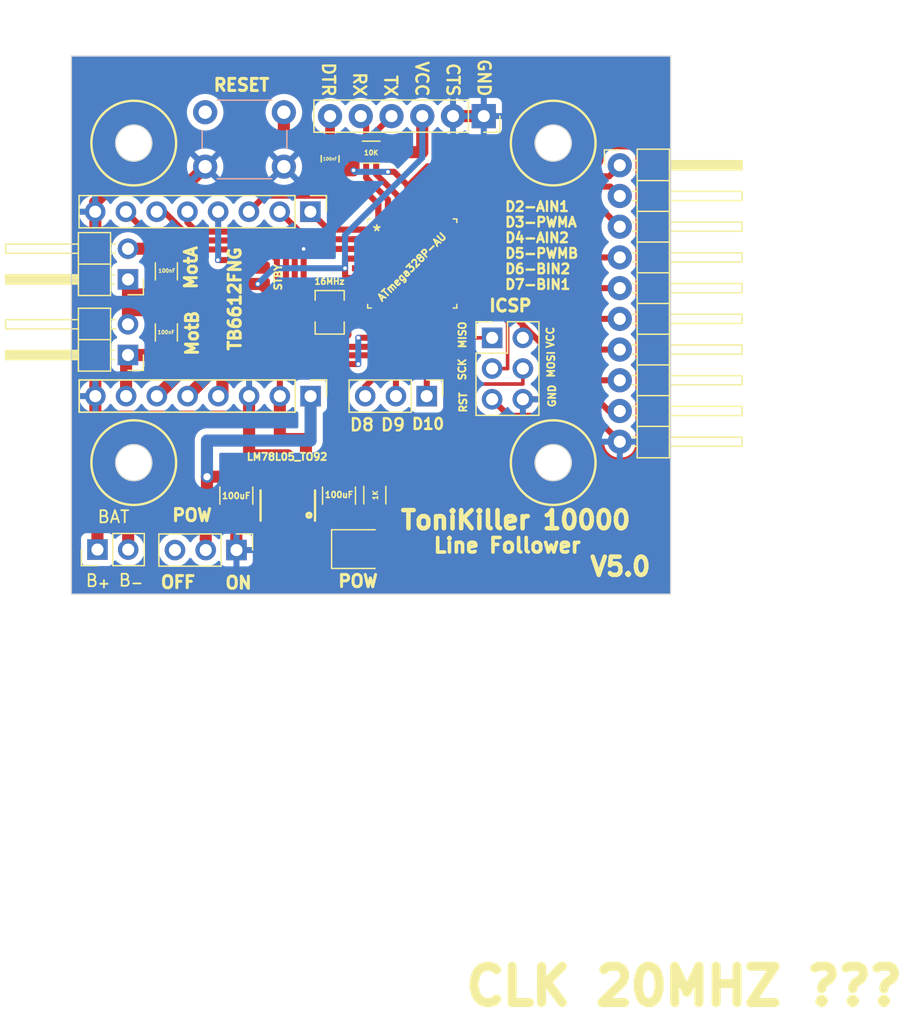
<source format=kicad_pcb>
(kicad_pcb (version 20221018) (generator pcbnew)
  (layers (0 "F.Cu" signal) (31 "B.Cu" signal) (34 "B.Paste" user) (35 "F.Paste" user) (36 "B.SilkS" user "B.Silkscreen") (37 "F.SilkS" user "F.Silkscreen") (38 "B.Mask" user) (39 "F.Mask" user) (44 "Edge.Cuts" user))
  (net 0 "")
  (net 1 "DTR")
  (net 2 "RESET")
  (net 3 "0V")
  (net 4 "5V")
  (net 5 "+BATT")
  (net 6 "MISO")
  (net 7 "SCK")
  (net 8 "MOSI")
  (net 9 "TX")
  (net 10 "RX")
  (net 11 "Sensor5")
  (net 12 "Sensor4")
  (net 13 "Sensor3")
  (net 14 "Sensor2")
  (net 15 "Sensor1")
  (net 16 "Sensor0")
  (net 17 "Sensor7")
  (net 18 "Sensor6")
  (net 19 "PWMB")
  (net 20 "BIN2")
  (net 21 "BIN1")
  (net 22 "AIN1")
  (net 23 "AIN2")
  (net 24 "PWMA")
  (net 25 "D8")
  (net 26 "D9")
  (net 27 "10")
  (net 28 "Net-(J6-Pin_2)")
  (net 29 "Net-(D1-A)")
  (net 30 "Net-(J1-Pin_2)")
  (net 32 "Net-(U1-XTAL1{slash}PB6)")
  (net 33 "Net-(U1-XTAL2{slash}PB7)")
  (net 34 "GND")
  (footprint "Connector_PinSocket_2.54mm:PinSocket_1x06_P2.54mm_Vertical" (layer "F.Cu") (at 230.64 57.995 -90)
    (fp_text reference "J4" hide)
    (fp_text value "Conn_01x06_MountingPin")
    (pad "1" thru_hole rect (at 0 0 270) (size 2 2) (drill 1) (layers "F&B.Cu" "*.Mask") (net 3 "0V"))
    (pad "2" thru_hole oval (at 0 2.54 270) (size 2 2) (drill 1) (layers "F&B.Cu" "*.Mask") (net 3 "0V"))
    (pad "3" thru_hole oval (at 0 5.08 270) (size 2 2) (drill 1) (layers "F&B.Cu" "*.Mask") (net 4 "5V"))
    (pad "4" thru_hole oval (at 0 7.62 270) (size 2 2) (drill 1) (layers "F&B.Cu" "*.Mask") (net 9 "TX"))
    (pad "5" thru_hole oval (at 0 10.16 270) (size 2 2) (drill 1) (layers "F&B.Cu" "*.Mask") (net 10 "RX"))
    (pad "6" thru_hole oval (at 0 12.7 270) (size 2 2) (drill 1) (layers "F&B.Cu" "*.Mask") (net 1 "DTR"))
  )
  (footprint "Capacitor_SMD:C_0805_2012Metric" (layer "F.Cu") (at 217.95 61.525 -90)
    (fp_text reference "C6" hide)
    (fp_text value "100nF" (at 0.01 0.01) (layer "F.SilkS") (effects (font (size 0.25 0.25))))
    (pad "1" smd roundrect (at -0.95 0 270) (size 1 1.45) (layers "F.Cu" "F.Paste" "F.Mask") (net 1 "DTR"))
    (pad "2" smd roundrect (at 0.95 0 270) (size 1 1.45) (layers "F.Cu" "F.Paste" "F.Mask") (net 2 "RESET"))
  )
  (footprint "LED_SMD:LED_PLCC_2835" (layer "F.Cu") (at 220.27 93.8)
    (fp_text reference "D1" hide)
    (fp_text value "POW")
    (pad "1" smd rect (at -0.9 0) (size 2.2 2.2) (layers "F.Cu" "F.Paste" "F.Mask") (net 3 "0V"))
    (pad "2" smd rect (at 1.375 0) (size 1.25 2.2) (layers "F.Cu" "F.Paste" "F.Mask") (net 29 "Net-(D1-A)"))
  )
  (footprint "Connector_PinHeader_2.54mm:PinHeader_2x03_P2.54mm_Vertical" (layer "F.Cu") (at 231.33 76.33)
    (fp_text reference "J3" hide)
    (fp_text value "ICSP" (at 1.51 -2.66) (layer "F.SilkS") (effects (font (thickness 4))))
    (pad "1" thru_hole rect (at 0 0) (size 1.7 1.7) (drill 1) (layers "*.Cu" "*.Mask") (net 6 "MISO"))
    (pad "2" thru_hole oval (at 2.54 0) (size 1.7 1.7) (drill 1) (layers "*.Cu" "*.Mask") (net 4 "5V"))
    (pad "3" thru_hole oval (at 0 2.54) (size 1.7 1.7) (drill 1) (layers "*.Cu" "*.Mask") (net 7 "SCK"))
    (pad "4" thru_hole oval (at 2.54 2.54) (size 1.7 1.7) (drill 1) (layers "*.Cu" "*.Mask") (net 8 "MOSI"))
    (pad "5" thru_hole oval (at 0 5.08) (size 1.7 1.7) (drill 1) (layers "*.Cu" "*.Mask") (net 2 "RESET"))
    (pad "6" thru_hole oval (at 2.54 5.08) (size 1.7 1.7) (drill 1) (layers "*.Cu" "*.Mask") (net 3 "0V"))
  )
  (footprint "TQFP32_32A_MCH" (layer "F.Cu") (at 224.73 70.18)
    (fp_text reference "U1" hide)
    (fp_text value "ATmega328P-AU " (at 0.1364 0.13 45 unlocked) (layer "F.SilkS") (effects (font (size 0.6 0.6))))
    (fp_text user "*" (at -2.92 -2.62) (layer "F.SilkS"))
    (pad "1" smd rect (at -4.2672 -2.799999 90) (size 0.508 1.4224) (layers "F.Cu" "F.Paste" "F.Mask") (net 24 "PWMA"))
    (pad "2" smd rect (at -4.2672 -2.000001 90) (size 0.508 1.4224) (layers "F.Cu" "F.Paste" "F.Mask") (net 23 "AIN2"))
    (pad "3" smd rect (at -4.2672 -1.2 90) (size 0.508 1.4224) (layers "F.Cu" "F.Paste" "F.Mask") (net 3 "0V"))
    (pad "4" smd rect (at -4.2672 -0.399999 90) (size 0.508 1.4224) (layers "F.Cu" "F.Paste" "F.Mask") (net 4 "5V"))
    (pad "5" smd rect (at -4.2672 0.399999 90) (size 0.508 1.4224) (layers "F.Cu" "F.Paste" "F.Mask") (net 3 "0V"))
    (pad "6" smd rect (at -4.2672 1.2 90) (size 0.508 1.4224) (layers "F.Cu" "F.Paste" "F.Mask") (net 4 "5V"))
    (pad "7" smd rect (at -4.2672 1.999999 90) (size 0.508 1.4224) (layers "F.Cu" "F.Paste" "F.Mask") (net 32 "Net-(U1-XTAL1{slash}PB6)"))
    (pad "8" smd rect (at -4.2672 2.799999 90) (size 0.508 1.4224) (layers "F.Cu" "F.Paste" "F.Mask") (net 33 "Net-(U1-XTAL2{slash}PB7)"))
    (pad "9" smd rect (at -2.799999 4.2672) (size 0.508 1.4224) (layers "F.Cu" "F.Paste" "F.Mask") (net 19 "PWMB"))
    (pad "10" smd rect (at -2.000001 4.2672) (size 0.508 1.4224) (layers "F.Cu" "F.Paste" "F.Mask") (net 20 "BIN2"))
    (pad "11" smd rect (at -1.2 4.2672) (size 0.508 1.4224) (layers "F.Cu" "F.Paste" "F.Mask") (net 21 "BIN1"))
    (pad "12" smd rect (at -0.399999 4.2672) (size 0.508 1.4224) (layers "F.Cu" "F.Paste" "F.Mask") (net 25 "D8"))
    (pad "13" smd rect (at 0.399999 4.2672) (size 0.508 1.4224) (layers "F.Cu" "F.Paste" "F.Mask") (net 26 "D9"))
    (pad "14" smd rect (at 1.2 4.2672) (size 0.508 1.4224) (layers "F.Cu" "F.Paste" "F.Mask") (net 27 "10"))
    (pad "15" smd rect (at 1.999999 4.2672) (size 0.508 1.4224) (layers "F.Cu" "F.Paste" "F.Mask") (net 8 "MOSI"))
    (pad "16" smd rect (at 2.799999 4.2672) (size 0.508 1.4224) (layers "F.Cu" "F.Paste" "F.Mask") (net 6 "MISO"))
    (pad "17" smd rect (at 4.2672 2.799999 90) (size 0.508 1.4224) (layers "F.Cu" "F.Paste" "F.Mask") (net 7 "SCK"))
    (pad "18" smd rect (at 4.2672 2.000001 90) (size 0.508 1.4224) (layers "F.Cu" "F.Paste" "F.Mask") (net 4 "5V"))
    (pad "19" smd rect (at 4.2672 1.2 90) (size 0.508 1.4224) (layers "F.Cu" "F.Paste" "F.Mask") (net 18 "Sensor6"))
    (pad "20" smd rect (at 4.2672 0.399999 90) (size 0.508 1.4224) (layers "F.Cu" "F.Paste" "F.Mask") (net 4 "5V"))
    (pad "21" smd rect (at 4.2672 -0.399999 90) (size 0.508 1.4224) (layers "F.Cu" "F.Paste" "F.Mask") (net 3 "0V"))
    (pad "22" smd rect (at 4.2672 -1.2 90) (size 0.508 1.4224) (layers "F.Cu" "F.Paste" "F.Mask") (net 17 "Sensor7"))
    (pad "23" smd rect (at 4.2672 -1.999999 90) (size 0.508 1.4224) (layers "F.Cu" "F.Paste" "F.Mask") (net 16 "Sensor0"))
    (pad "24" smd rect (at 4.2672 -2.799999 90) (size 0.508 1.4224) (layers "F.Cu" "F.Paste" "F.Mask") (net 15 "Sensor1"))
    (pad "25" smd rect (at 2.799999 -4.2672) (size 0.508 1.4224) (layers "F.Cu" "F.Paste" "F.Mask") (net 14 "Sensor2"))
    (pad "26" smd rect (at 2.000001 -4.2672) (size 0.508 1.4224) (layers "F.Cu" "F.Paste" "F.Mask") (net 13 "Sensor3"))
    (pad "27" smd rect (at 1.2 -4.2672) (size 0.508 1.4224) (layers "F.Cu" "F.Paste" "F.Mask") (net 12 "Sensor4"))
    (pad "28" smd rect (at 0.399999 -4.2672) (size 0.508 1.4224) (layers "F.Cu" "F.Paste" "F.Mask") (net 11 "Sensor5"))
    (pad "29" smd rect (at -0.399999 -4.2672) (size 0.508 1.4224) (layers "F.Cu" "F.Paste" "F.Mask") (net 2 "RESET"))
    (pad "30" smd rect (at -1.2 -4.2672) (size 0.508 1.4224) (layers "F.Cu" "F.Paste" "F.Mask") (net 9 "TX"))
    (pad "31" smd rect (at -1.999999 -4.2672) (size 0.508 1.4224) (layers "F.Cu" "F.Paste" "F.Mask") (net 10 "RX"))
    (pad "32" smd rect (at -2.799999 -4.2672) (size 0.508 1.4224) (layers "F.Cu" "F.Paste" "F.Mask") (net 22 "AIN1"))
  )
  (footprint "78L05:PK(R-PSSO-F3)" (layer "F.Cu") (at 214.45 91.45 180)
    (fp_text reference "U2" hide)
    (fp_text value "LM78L05_TO92" (at 0.06 5.2825) (layer "F.SilkS") (effects (font (size 0.6 0.6))))
    (pad "1" smd rect (at -1.5 3.65 180) (size 1 1.5) (layers "F.Cu" "F.Paste" "F.Mask") (net 4 "5V"))
    (pad "2" smd rect (at 0 0.75 180) (size 2.2 3.7) (layers "F.Cu" "F.Paste" "F.Mask") (net 3 "0V"))
    (pad "2" smd rect (at 0 3.5 180) (size 1 1.8) (layers "F.Cu" "F.Paste" "F.Mask") (net 3 "0V"))
    (pad "3" smd rect (at 1.5 3.65 180) (size 1 1.5) (layers "F.Cu" "F.Paste" "F.Mask") (net 5 "+BATT"))
  )
  (footprint "Connector_PinHeader_2.54mm:PinHeader_1x03_P2.54mm_Vertical" (layer "F.Cu") (at 210.21 93.88 -90)
    (fp_text reference "SW2" hide)
    (fp_text value "POW")
    (pad "1" thru_hole rect (at 0 0 270) (size 1.7 1.7) (drill 1) (layers "*.Cu" "*.Mask") (net 3 "0V"))
    (pad "2" thru_hole oval (at 0 2.54 270) (size 1.7 1.7) (drill 1) (layers "*.Cu" "*.Mask") (net 30 "Net-(J1-Pin_2)"))
    (pad "3" thru_hole oval (at 0 5.08 270) (size 1.7 1.7) (drill 1) (layers "*.Cu" "*.Mask"))
  )
  (footprint "Capacitor_SMD:C_1206_3216Metric_Pad1.33x1.80mm_HandSolder" (layer "F.Cu") (at 204.42 70.8325 90)
    (fp_text reference "C5" hide)
    (fp_text value "100nF" (at 0.0525 0.04 unlocked) (layer "F.SilkS") (effects (font (size 0.3 0.3) (thickness 0.075))))
    (pad "1" smd roundrect (at -1.5625 0 90) (size 1.325 1.8) (layers "F.Cu" "F.Paste" "F.Mask") (roundrect_rratio 0.188679))
    (pad "2" smd roundrect (at 1.5625 0 90) (size 1.325 1.8) (layers "F.Cu" "F.Paste" "F.Mask") (roundrect_rratio 0.188679))
  )
  (footprint "Connector_PinHeader_2.54mm:MotorDriver111" (layer "F.Cu") (at 209.1975 74.115 -90)
    (fp_text reference "U3" hide)
    (fp_text value "TB6612FNG" (at -1.005 -0.875 90 unlocked) (layer "F.SilkS") (effects (font (thickness 0.25))))
    (pad "1" thru_hole rect (at -8.215 -7.12 270) (size 1.7 1.7) (drill 1) (layers "*.Cu" "*.Mask") (net 28 "Net-(J6-Pin_2)"))
    (pad "2" thru_hole oval (at -8.215 -4.58 270) (size 1.7 1.7) (drill 1) (layers "*.Cu" "*.Mask") (net 28 "Net-(J6-Pin_2)"))
    (pad "3" thru_hole oval (at -8.215 -2.04 270) (size 1.7 1.7) (drill 1) (layers "*.Cu" "*.Mask") (net 34 "GND"))
    (pad "4" thru_hole oval (at -8.215 0.5 270) (size 1.7 1.7) (drill 1) (layers "*.Cu" "*.Mask") (net 4 "5V"))
    (pad "5" thru_hole oval (at -8.215 3.04 270) (size 1.7 1.7) (drill 1) (layers "*.Cu" "*.Mask") (net 20 "BIN2"))
    (pad "6" thru_hole oval (at -8.215 5.58 270) (size 1.7 1.7) (drill 1) (layers "*.Cu" "*.Mask") (net 21 "BIN1"))
    (pad "7" thru_hole oval (at -8.215 8.12 270) (size 1.7 1.7) (drill 1) (layers "*.Cu" "*.Mask") (net 19 "PWMB"))
    (pad "8" thru_hole oval (at -8.215 10.66 270) (size 1.7 1.7) (drill 1) (layers "*.Cu" "*.Mask") (net 3 "0V"))
    (pad "9" thru_hole oval (at 7.035 10.645 270) (size 1.7 1.7) (drill 1) (layers "*.Cu" "*.Mask") (net 3 "0V"))
    (pad "10" thru_hole oval (at 7.035 8.105 270) (size 1.7 1.7) (drill 1) (layers "*.Cu" "*.Mask"))
    (pad "11" thru_hole oval (at 7.035 5.565 270) (size 1.7 1.7) (drill 1) (layers "*.Cu" "*.Mask"))
    (pad "12" thru_hole oval (at 7.035 3.025 270) (size 1.7 1.7) (drill 1) (layers "*.Cu" "*.Mask"))
    (pad "13" thru_hole oval (at 7.035 0.485 270) (size 1.7 1.7) (drill 1) (layers "*.Cu" "*.Mask"))
    (pad "14" thru_hole oval (at 7.035 -2.055 270) (size 1.7 1.7) (drill 1) (layers "*.Cu" "*.Mask") (net 3 "0V"))
    (pad "15" thru_hole oval (at 7.035 -4.595 270) (size 1.7 1.7) (drill 1) (layers "*.Cu" "*.Mask") (net 4 "5V"))
    (pad "16" thru_hole rect (at 7.035 -7.135 270) (size 1.7 1.7) (drill 1) (layers "*.Cu" "*.Mask") (net 21 "BIN1"))
  )
  (footprint "" (layer "F.Cu") (at 211.975 71.875 90)
    (fp_text reference "" (at 0 0 90) (layer "F.SilkS") (effects (font (size 1.27 1.27))))
    (fp_text value "" (at 0 0 90) (layer "F.SilkS") (effects (font (size 1.27 1.27))))
    (pad "1" smd roundrect (at 0 0 270) (size 1 2) (layers "F.Cu" "F.Paste" "F.Mask") (net 4 "5V"))
  )
  (footprint "" (layer "F.Cu") (at 211.975 70.525 90)
    (fp_text reference "" (at 0 0 90) (layer "F.SilkS") (effects (font (size 1.27 1.27))))
    (fp_text value "" (at 0 0 90) (layer "F.SilkS") (effects (font (size 1.27 1.27))))
    (pad "1" smd roundrect (at 0 0 270) (size 1 2) (layers "F.Cu" "F.Paste" "F.Mask") (net 4 "5V"))
  )
  (footprint "Resistor_SMD:R_1206_3216Metric" (layer "F.Cu") (at 221.34 60.975)
    (fp_text reference "R1" hide)
    (fp_text value "10K" (at 0 0.05) (layer "F.SilkS") (effects (font (size 0.4 0.4) (thickness 0.1))))
    (pad "1" smd roundrect (at -1.4625 0) (size 1.125 1.75) (layers "F.Cu" "F.Paste" "F.Mask") (roundrect_rratio 0.222222) (net 2 "RESET"))
    (pad "2" smd roundrect (at 1.4625 0) (size 1.125 1.75) (layers "F.Cu" "F.Paste" "F.Mask") (roundrect_rratio 0.222222) (net 4 "5V"))
  )
  (footprint "Connector_PinHeader_2.54mm:PinHeader_1x03_P2.54mm_Vertical" (layer "F.Cu") (at 225.925 81.15 -90)
    (fp_text reference "SW4" hide)
    (fp_text value "POW")
    (pad "1" thru_hole rect (at 0 0 270) (size 1.7 1.7) (drill 1) (layers "*.Cu" "*.Mask") (net 27 "10"))
    (pad "2" thru_hole oval (at 0 2.54 270) (size 1.7 1.7) (drill 1) (layers "*.Cu" "*.Mask") (net 26 "D9"))
    (pad "3" thru_hole oval (at 0 5.08 270) (size 1.7 1.7) (drill 1) (layers "*.Cu" "*.Mask") (net 25 "D8"))
  )
  (footprint "Connector_PinHeader_2.54mm:PinHeader_1x10_P2.54mm_Horizontal" (layer "F.Cu") (at 241.875 62.06)
    (fp_text reference "J5" hide)
    (fp_text value "Conn_01x10")
    (pad "1" thru_hole oval (at 0 0) (size 2 2) (drill 1) (layers "F&B.Cu" "*.Mask") (net 11 "Sensor5"))
    (pad "2" thru_hole oval (at 0 2.54) (size 2 2) (drill 1) (layers "F&B.Cu" "*.Mask") (net 12 "Sensor4"))
    (pad "3" thru_hole oval (at 0 5.08) (size 2 2) (drill 1) (layers "F&B.Cu" "*.Mask") (net 13 "Sensor3"))
    (pad "4" thru_hole oval (at 0 7.62) (size 2 2) (drill 1) (layers "F&B.Cu" "*.Mask") (net 14 "Sensor2"))
    (pad "5" thru_hole oval (at 0 10.16) (size 2 2) (drill 1) (layers "F&B.Cu" "*.Mask") (net 15 "Sensor1"))
    (pad "6" thru_hole oval (at 0 12.7) (size 2 2) (drill 1) (layers "F&B.Cu" "*.Mask") (net 16 "Sensor0"))
    (pad "7" thru_hole oval (at 0 15.24) (size 2 2) (drill 1) (layers "F&B.Cu" "*.Mask") (net 17 "Sensor7"))
    (pad "8" thru_hole oval (at 0 17.78) (size 2 2) (drill 1) (layers "F&B.Cu" "*.Mask") (net 18 "Sensor6"))
    (pad "9" thru_hole oval (at 0 20.32) (size 2 2) (drill 1) (layers "F&B.Cu" "*.Mask") (net 4 "5V"))
    (pad "10" thru_hole oval (at 0 22.86) (size 2 2) (drill 1) (layers "F&B.Cu" "*.Mask") (net 3 "0V"))
  )
  (footprint "Resistor_SMD:R_1206_3216Metric" (layer "F.Cu") (at 221.64 89.34 90)
    (fp_text reference "R2" hide)
    (fp_text value "1K" (at 0 0.05 90) (layer "F.SilkS") (effects (font (size 0.4 0.4) (thickness 0.1))))
    (pad "1" smd roundrect (at -1.4625 0 90) (size 1.125 1.75) (layers "F.Cu" "F.Paste" "F.Mask") (roundrect_rratio 0.222222) (net 29 "Net-(D1-A)"))
    (pad "2" smd roundrect (at 1.4625 0 90) (size 1.125 1.75) (layers "F.Cu" "F.Paste" "F.Mask") (roundrect_rratio 0.222222) (net 4 "5V"))
  )
  (footprint "Connector_PinHeader_2.54mm:PinHeader_1x02_P2.54mm_Horizontal" (layer "F.Cu") (at 201.25 71.5 180)
    (fp_text reference "J6" hide)
    (fp_text value "MotA" (at -5.2 0.975 270) (layer "F.SilkS") (effects (font (thickness 7))))
    (pad "1" thru_hole rect (at 0 0 180) (size 1.7 1.7) (drill 1) (layers "*.Cu" "*.Mask"))
    (pad "2" thru_hole oval (at 0 2.54 180) (size 1.7 1.7) (drill 1) (layers "*.Cu" "*.Mask"))
  )
  (footprint "Capacitor_SMD:C_1206_3216Metric_Pad1.33x1.80mm_HandSolder" (layer "F.Cu") (at 204.42 75.8825 90)
    (fp_text reference "C4" hide)
    (fp_text value "100nF" (at 0.0125 -0.02 180) (layer "F.SilkS") (effects (font (size 0.3 0.3) (thickness 4))))
    (pad "1" smd roundrect (at -1.5625 0 90) (size 1.325 1.8) (layers "F.Cu" "F.Paste" "F.Mask") (roundrect_rratio 0.188679))
    (pad "2" smd roundrect (at 1.5625 0 90) (size 1.325 1.8) (layers "F.Cu" "F.Paste" "F.Mask") (roundrect_rratio 0.188679))
  )
  (footprint "Connector_PinHeader_2.54mm:PinHeader_1x02_P2.54mm_Horizontal" (layer "F.Cu") (at 201.25 77.75 180)
    (fp_text reference "J7" hide)
    (fp_text value "MotB" (at -5.3 1.8 90) (layer "F.SilkS") (effects (font (thickness 7))))
    (pad "1" thru_hole rect (at 0 0 180) (size 1.7 1.7) (drill 1) (layers "*.Cu" "*.Mask"))
    (pad "2" thru_hole oval (at 0 2.54 180) (size 1.7 1.7) (drill 1) (layers "*.Cu" "*.Mask"))
  )
  (footprint "Connector_PinHeader_2.54mm:PinHeader_1x02_P2.54mm_Vertical" (layer "F.Cu") (at 198.725 93.84 90)
    (fp_text reference "J1" hide)
    (fp_text value "BAT" (at 2.71 1.325) (layer "F.SilkS"))
    (pad "1" thru_hole rect (at 0 0 90) (size 1.7 1.7) (drill 1) (layers "*.Cu" "*.Mask") (net 5 "+BATT"))
    (pad "2" thru_hole oval (at 0 2.54 90) (size 1.7 1.7) (drill 1) (layers "*.Cu" "*.Mask") (net 30 "Net-(J1-Pin_2)"))
  )
  (footprint "Crystal:Resonator_SMD_Murata_CSTxExxV-3Pin_3.0x1.1mm" (layer "F.Cu") (at 217.91 74.22 90)
    (fp_text reference "Y1" hide)
    (fp_text value "16MHz" (at 2.55 -0.01) (layer "F.SilkS") (effects (font (size 0.5 0.5) (thickness 0.125))))
    (pad "1" smd rect (at -1.2 0 90) (size 0.4 1.9) (layers "F.Cu" "F.Paste" "F.Mask") (net 32 "Net-(U1-XTAL1{slash}PB6)"))
    (pad "2" smd rect (at 0 0 90) (size 0.4 1.9) (layers "F.Cu" "F.Paste" "F.Mask") (net 3 "0V"))
    (pad "3" smd rect (at 1.2 0 90) (size 0.4 1.9) (layers "F.Cu" "F.Paste" "F.Mask") (net 33 "Net-(U1-XTAL2{slash}PB7)"))
  )
  (footprint "Capacitor_SMD:C_1210_3225Metric_Pad1.33x2.70mm_HandSolder" (layer "F.Cu") (at 210.2 89.3775 -90)
    (fp_text reference "C2" hide)
    (fp_text value "100uF" (at 0.02 0.01) (layer "F.SilkS") (effects (font (size 0.5 0.5))))
    (pad "1" smd roundrect (at -1.5625 0 270) (size 1.325 2.7) (layers "F.Cu" "F.Paste" "F.Mask") (roundrect_rratio 0.188679) (net 5 "+BATT"))
    (pad "2" smd roundrect (at 1.5625 0 270) (size 1.325 2.7) (layers "F.Cu" "F.Paste" "F.Mask") (roundrect_rratio 0.188679) (net 3 "0V"))
  )
  (footprint "Capacitor_SMD:C_1210_3225Metric_Pad1.33x2.70mm_HandSolder" (layer "F.Cu") (at 218.68 89.3775 -90)
    (fp_text reference "C3" hide)
    (fp_text value "100uF" (at -0.07 0) (layer "F.SilkS") (effects (font (size 0.5 0.5) (thickness 0.125))))
    (pad "1" smd roundrect (at -1.5625 0 270) (size 1.325 2.7) (layers "F.Cu" "F.Paste" "F.Mask") (roundrect_rratio 0.188679) (net 4 "5V"))
    (pad "2" smd roundrect (at 1.5625 0 270) (size 1.325 2.7) (layers "F.Cu" "F.Paste" "F.Mask") (roundrect_rratio 0.188679) (net 3 "0V"))
  )
  (footprint "Button_Switch_THT:SW_PUSH_6mm" (layer "B.Cu") (at 207.625 62.175)
    (fp_text reference "SW1" hide)
    (fp_text value "RESET" (at 3 -6.75 180) (layer "F.SilkS") (effects (font (thickness 0.25))))
    (pad "1" thru_hole circle (at 0 0 270) (size 2 2) (drill 1.1) (layers "*.Cu" "*.Mask") (net 3 "0V"))
    (pad "1" thru_hole circle (at 6.5 0 270) (size 2 2) (drill 1.1) (layers "*.Cu" "*.Mask") (net 3 "0V"))
    (pad "2" thru_hole circle (at 0 -4.5 270) (size 2 2) (drill 1.1) (layers "*.Cu" "*.Mask") (net 2 "RESET"))
    (pad "2" thru_hole circle (at 6.5 -4.5 270) (size 2 2) (drill 1.1) (layers "*.Cu" "*.Mask") (net 2 "RESET"))
  )
  (gr_circle (center 201.725 86.65) (end 205.225 86.65) (stroke (width 0.2)) (fill none) (layer "F.SilkS"))
  (gr_circle (center 236.375 86.65) (end 239.875 86.65) (stroke (width 0.2)) (fill none) (layer "F.SilkS"))
  (gr_circle (center 236.375 60.225) (end 239.875 60.225) (stroke (width 0.2)) (fill none) (layer "F.SilkS"))
  (gr_circle (center 201.725 60.225) (end 205.225 60.225) (stroke (width 0.2)) (fill none) (layer "F.SilkS"))
  (gr_circle (center 201.725 86.65) (end 203.225 86.65) (stroke (width 0.1)) (fill none) (layer "Edge.Cuts"))
  (gr_circle (center 201.725 60.225) (end 203.225 60.225) (stroke (width 0.1)) (fill none) (layer "Edge.Cuts"))
  (gr_circle (center 236.375 60.225) (end 237.875 60.225) (stroke (width 0.1)) (fill none) (layer "Edge.Cuts"))
  (gr_rect (start 196.575 53.025) (end 246.075 97.525) (stroke (width 0.1)) (fill none) (layer "Edge.Cuts"))
  (gr_circle (center 236.375 86.65) (end 237.875 86.65) (stroke (width 0.1)) (fill none) (layer "Edge.Cuts"))
  (gr_text "VCC" (at 236.14 76.3 90) (layer "F.SilkS") (effects (font (size 0.6 0.6))))
  (gr_text "B_{+}" (at 198.76 96.41) (layer "F.SilkS") (effects (font (size 1 1))))
  (gr_text "D8" (at 220.575 83.525) (layer "F.SilkS") (effects (font (size 1 1) (thickness 0.2))))
  (gr_text "D10" (at 226.036573 83.452) (layer "F.SilkS") (effects (font (size 0.9 0.9) (thickness 0.21))))
  (gr_text "RX" (at 220.385 55.370952 -90) (layer "F.SilkS") (effects (font (size 1 1) (thickness 0.2))))
  (gr_text "STBY\n" (at 213.65 71.325 90) (layer "F.SilkS") (effects (font (size 0.6 0.6))))
  (gr_text "CTS" (at 228.095 54.99 -90) (layer "F.SilkS") (effects (font (size 1 1) (thickness 0.2))))
  (gr_text "TX" (at 222.955 55.49 -90) (layer "F.SilkS") (effects (font (size 1 1) (thickness 0.2))))
  (gr_text "SCK" (at 228.86 78.94 90) (layer "F.SilkS") (effects (font (size 0.6 0.6))))
  (gr_text "POW" (at 220.25 96.45) (layer "F.SilkS") (effects (font (size 1 1) (thickness 0.25))))
  (gr_text "CLK 20MHZ ???" (at 247.2 129.95) (layer "F.SilkS") (effects (font (size 3 3) (thickness 0.75))))
  (gr_text "B_{-}" (at 201.49 96.38) (layer "F.SilkS") (effects (font (size 1 1))))
  (gr_text "GND" (at 230.665 54.823333 -90) (layer "F.SilkS") (effects (font (size 1 1) (thickness 0.2))))
  (gr_text "Line Follower" (at 232.575 93.5) (layer "F.SilkS") (effects (font (size 1.2 1.2) (thickness 0.3))))
  (gr_text "RST" (at 228.94 81.67 90) (layer "F.SilkS") (effects (font (size 0.6 0.6))))
  (gr_text "VCC" (at 225.525 54.918571 -90) (layer "F.SilkS") (effects (font (size 1 1) (thickness 0.2))))
  (gr_text "OFF\n" (at 205.38 96.54) (layer "F.SilkS") (effects (font (size 1 1) (thickness 0.25))))
  (gr_text "D2-AIN1\nD3-PWMA\nD4-AIN2\nD5-PWMB\nD6-BIN2\nD7-BIN1" (at 232.3 68.7) (layer "F.SilkS") (effects (font (size 0.8 0.8) (thickness 0.2)) (justify left)))
  (gr_text "MOSI\n" (at 236.2 78.52 90) (layer "F.SilkS") (effects (font (size 0.6 0.6))))
  (gr_text "ToniKiller 10000\n" (at 233.275 91.4) (layer "F.SilkS") (effects (font (size 1.5 1.5) (thickness 0.375))))
  (gr_text "D9\n" (at 223.137809 83.525) (layer "F.SilkS") (effects (font (size 1 1) (thickness 0.2))))
  (gr_text "MISO\n" (at 228.88 76.09 90) (layer "F.SilkS") (effects (font (size 0.6 0.6))))
  (gr_text "V5.0" (at 241.925 95.25) (layer "F.SilkS") (effects (font (size 1.5 1.5) (thickness 0.375))))
  (gr_text "GND" (at 236.28 81.13 90) (layer "F.SilkS") (effects (font (size 0.6 0.6))))
  (gr_text "ON" (at 210.38 96.59) (layer "F.SilkS") (effects (font (size 1 1) (thickness 0.25))))
  (gr_text "POW" (at 206.54 91) (layer "F.SilkS") (effects (font (size 1 1) (thickness 0.25))))
  (gr_text "DTR" (at 217.815 54.96619 -90) (layer "F.SilkS") (effects (font (size 1 1) (thickness 0.2))))
  (segment (start 201.25 75.21) (end 201.25 74.042) (width 1) (layer "F.Cu") (net 0))
  (segment (start 204.42 74.042) (end 204.42 74.32) (width 1) (layer "F.Cu") (net 0))
  (segment (start 206.1 74.625) (end 206.1 78.6825) (width 1) (layer "F.Cu") (net 0))
  (segment (start 201.25 77.75) (end 201.0925 77.9075) (width 1) (layer "F.Cu") (net 0))
  (segment (start 206.292 72.742) (end 202.82 72.742) (width 1) (layer "F.Cu") (net 0))
  (segment (start 201.25 71.5) (end 201.25 72.742) (width 1) (layer "F.Cu") (net 0))
  (segment (start 204.42 72.742) (end 204.42 72.395) (width 1) (layer "F.Cu") (net 0))
  (segment (start 204.42 77.75) (end 201.25 77.75) (width 1) (layer "F.Cu") (net 0))
  (segment (start 207.575 74.025) (end 206.3 72.75) (width 1) (layer "F.Cu") (net 0))
  (segment (start 203.15 74.042) (end 205.517 74.042) (width 1) (layer "F.Cu") (net 0))
  (segment (start 204.42 77.445) (end 204.42 77.75) (width 1) (layer "F.Cu") (net 0))
  (segment (start 206.3 72.75) (end 206.292 72.742) (width 1) (layer "F.Cu") (net 0))
  (segment (start 206.1 78.6825) (end 203.6325 81.15) (width 1) (layer "F.Cu") (net 0))
  (segment (start 207.575 79.7475) (end 207.575 76.125) (width 1) (layer "F.Cu") (net 0))
  (segment (start 205.517 74.042) (end 206.1 74.625) (width 1) (layer "F.Cu") (net 0))
  (segment (start 207.575 76.125) (end 207.575 74.025) (width 1) (layer "F.Cu") (net 0))
  (segment (start 203.15 74.042) (end 204.42 74.042) (width 1) (layer "F.Cu") (net 0))
  (segment (start 201.25 72.742) (end 204.42 72.742) (width 1) (layer "F.Cu") (net 0))
  (segment (start 206.1725 81.15) (end 207.575 79.7475) (width 1) (layer "F.Cu") (net 0))
  (segment (start 201.0925 77.9075) (end 201.0925 81.15) (width 1) (layer "F.Cu") (net 0))
  (segment (start 201.25 74.042) (end 203.15 74.042) (width 1) (layer "F.Cu") (net 0))
  (segment (start 217.94 60.565) (end 217.95 60.575) (width 0.8) (layer "F.Cu") (net 1))
  (segment (start 217.94 57.995) (end 217.94 60.565) (width 0.8) (layer "F.Cu") (net 1))
  (segment (start 240.325 84.95) (end 238.311941 82.936941) (width 0.5) (layer "F.Cu") (net 2))
  (segment (start 224.330001 64.205001) (end 224.330001 63.819999) (width 0.5) (layer "F.Cu") (net 2))
  (segment (start 217.3 62.475) (end 214.125 59.3) (width 1) (layer "F.Cu") (net 2))
  (segment (start 242 86.475) (end 241.82604 86.475) (width 0.5) (layer "F.Cu") (net 2))
  (segment (start 224.330001 63.705001) (end 223.225 62.6) (width 0.5) (layer "F.Cu") (net 2))
  (segment (start 224.330001 65.9128) (end 224.330001 64.205001) (width 0.5) (layer "F.Cu") (net 2))
  (segment (start 223.225 62.6) (end 222.725 62.6) (width 0.5) (layer "F.Cu") (net 2))
  (segment (start 219.8775 60.975) (end 219.8775 62.475) (width 1) (layer "F.Cu") (net 2))
  (segment (start 226 62.15) (end 239.725 62.15) (width 0.5) (layer "F.Cu") (net 2))
  (segment (start 214.125 59.3) (end 214.125 57.675) (width 1) (layer "F.Cu") (net 2))
  (segment (start 219.8775 62.475) (end 217.95 62.475) (width 1) (layer "F.Cu") (net 2))
  (segment (start 217.95 62.475) (end 217.3 62.475) (width 1) (layer "F.Cu") (net 2))
  (segment (start 224.330001 63.819999) (end 226 62.15) (width 0.5) (layer "F.Cu") (net 2))
  (segment (start 240.8 86.05) (end 240.766942 86.016942) (width 0.5) (layer "F.Cu") (net 2))
  (segment (start 243.425 61.475) (end 243.425 85.05) (width 0.5) (layer "F.Cu") (net 2))
  (segment (start 224.330001 64.205001) (end 224.330001 63.705001) (width 0.5) (layer "F.Cu") (net 2))
  (segment (start 237.920981 82.775) (end 232.695 82.775) (width 0.5) (layer "F.Cu") (net 2))
  (segment (start 241.375 60.5) (end 242.45 60.5) (width 0.5) (layer "F.Cu") (net 2))
  (segment (start 232.695 82.775) (end 231.33 81.41) (width 0.5) (layer "F.Cu") (net 2))
  (via (at 222.725 62.6) (size 0.5) (drill 0.3) (layers "F.Cu" "B.Cu") (net 2))
  (via (at 219.8775 62.475) (size 0.5) (drill 0.3) (layers "F.Cu" "B.Cu") (net 2))
  (arc (start 239.725 62.15) (mid 240.113909 61.988909) (end 240.275 61.6) (width 0.5) (layer "F.Cu") (net 2))
  (arc (start 242.45 60.5) (mid 243.139429 60.785571) (end 243.425 61.475) (width 0.5) (layer "F.Cu") (net 2))
  (arc (start 243.425 85.05) (mid 243.007627 86.057627) (end 242 86.475) (width 0.5) (layer "F.Cu") (net 2))
  (arc (start 241.82604 86.475) (mid 241.270751 86.364546) (end 240.8 86.05) (width 0.5) (layer "F.Cu") (net 2))
  (arc (start 240.766942 86.016942) (mid 240.439857 85.527425) (end 240.325 84.95) (width 0.5) (layer "F.Cu") (net 2))
  (arc (start 238.311941 82.936941) (mid 238.132567 82.817087) (end 237.920981 82.775) (width 0.5) (layer "F.Cu") (net 2))
  (arc (start 240.275 61.6) (mid 240.597183 60.822183) (end 241.375 60.5) (width 0.5) (layer "F.Cu") (net 2))
  (segment (start 222.725 62.6) (end 220.0025 62.6) (width 0.5) (layer "B.Cu") (net 2))
  (segment (start 220.0025 62.6) (end 219.8775 62.475) (width 0.5) (layer "B.Cu") (net 2))
  (segment (start 219.12 74.22) (end 217.91 74.22) (width 0.5) (layer "F.Cu") (net 3))
  (segment (start 221.73 69.18) (end 221.73 69.78) (width 0.5) (layer "F.Cu") (net 3))
  (segment (start 199.925 63.75) (end 206.05 63.75) (width 1) (layer "F.Cu") (net 3))
  (segment (start 198.5375 65.9) (end 198.5525 65.915) (width 1) (layer "F.Cu") (net 3))
  (segment (start 218.68 90.94) (end 214.45 90.94) (width 1) (layer "F.Cu") (net 3))
  (segment (start 219.37 90.94) (end 218.68 90.94) (width 0.7) (layer "F.Cu") (net 3))
  (segment (start 214.45 86.05) (end 214.45 87.95) (width 1) (layer "F.Cu") (net 3))
  (segment (start 220.4628 68.98) (end 221.53 68.98) (width 0.5) (layer "F.Cu") (net 3))
  (segment (start 215.76 69.7) (end 215.76 68.98) (width 0.5) (layer "F.Cu") (net 3))
  (segment (start 219.46 74.56) (end 219.12 74.22) (width 0.5) (layer "F.Cu") (net 3))
  (segment (start 198.5525 82.85) (end 211.2525 82.85) (width 1) (layer "F.Cu") (net 3))
  (segment (start 198.5525 81.15) (end 198.5525 82.85) (width 1) (layer "F.Cu") (net 3))
  (segment (start 214.45 90.94) (end 214.45 90.7) (width 1) (layer "F.Cu") (net 3))
  (segment (start 198.5525 65.915) (end 198.5525 81.15) (width 1) (layer "F.Cu") (net 3))
  (segment (start 221.530001 70.579999) (end 220.4628 70.579999) (width 0.5) (layer "F.Cu") (net 3))
  (segment (start 238.365 81.41) (end 241.875 84.92) (width 0.5) (layer "F.Cu") (net 3))
  (segment (start 230.64 57.995) (end 228.1 57.995) (width 1) (layer "F.Cu") (net 3))
  (segment (start 210.2 90.94) (end 214.45 90.94) (width 1) (layer "F.Cu") (net 3))
  (segment (start 210.2 93.88) (end 210.21 93.88) (width 1) (layer "F.Cu") (net 3))
  (segment (start 219.18 76.37) (end 219.46 76.09) (width 0.5) (layer "F.Cu") (net 3))
  (segment (start 215.76 68.98) (end 216.875 68.98) (width 0.5) (layer "F.Cu") (net 3))
  (segment (start 211.2525 82.85) (end 211.2525 81.15) (width 1) (layer "F.Cu") (net 3))
  (segment (start 221.53 68.98) (end 221.73 69.18) (width 0.5) (layer "F.Cu") (net 3))
  (segment (start 233.87 81.41) (end 238.365 81.41) (width 0.5) (layer "F.Cu") (net 3))
  (segment (start 215.76 69.7) (end 215.76 75.46) (width 0.5) (layer "F.Cu") (net 3))
  (segment (start 211.2525 86.05) (end 214.45 86.05) (width 1) (layer "F.Cu") (net 3))
  (segment (start 219.37 93.8) (end 219.37 90.94) (width 0.7) (layer "F.Cu") (net 3))
  (segment (start 221.73 70.38) (end 221.530001 70.579999) (width 0.5) (layer "F.Cu") (net 3))
  (segment (start 220.4628 68.98) (end 216.875 68.98) (width 0.5) (layer "F.Cu") (net 3))
  (segment (start 215.76 75.46) (end 216.67 76.37) (width 0.5) (layer "F.Cu") (net 3))
  (segment (start 221.73 69.78) (end 221.73 70.38) (width 0.5) (layer "F.Cu") (net 3))
  (segment (start 211.2525 82.85) (end 211.2525 86.05) (width 1) (layer "F.Cu") (net 3))
  (segment (start 198.5375 65.9) (end 198.5375 65.1375) (width 1) (layer "F.Cu") (net 3))
  (segment (start 206.05 63.75) (end 207.625 62.175) (width 1) (layer "F.Cu") (net 3))
  (segment (start 198.5375 65.1375) (end 199.925 63.75) (width 1) (layer "F.Cu") (net 3))
  (segment (start 215.76 69.315) (end 215.76 69.7) (width 0.5) (layer "F.Cu") (net 3))
  (segment (start 219.46 76.09) (end 219.46 74.56) (width 0.5) (layer "F.Cu") (net 3))
  (segment (start 210.2 90.94) (end 210.2 93.88) (width 1) (layer "F.Cu") (net 3))
  (segment (start 228.9972 69.780001) (end 221.73 69.78) (width 0.5) (layer "F.Cu") (net 3))
  (segment (start 216.67 76.37) (end 219.18 76.37) (width 0.5) (layer "F.Cu") (net 3))
  (segment (start 216.875 68.98) (end 216.095 68.98) (width 0.5) (layer "F.Cu") (net 3))
  (via (at 215.76 68.98) (size 0.5) (drill 0.3) (layers "F.Cu" "B.Cu") (net 3))
  (segment (start 218.68 87.8) (end 218.68 87.815) (width 1) (layer "F.Cu") (net 4))
  (segment (start 227.98 72.18) (end 227.78 71.98) (width 0.5) (layer "F.Cu") (net 4))
  (segment (start 215.95 84.7) (end 213.7925 84.7) (width 1) (layer "F.Cu") (net 4))
  (segment (start 227.73 71.38) (end 227.78 71.43) (width 0.5) (layer "F.Cu") (net 4))
  (segment (start 219.18 69.98) (end 219.379999 69.780001) (width 0.5) (layer "F.Cu") (net 4))
  (segment (start 219.379999 69.780001) (end 220.4472 69.780001) (width 0.5) (layer "F.Cu") (net 4))
  (segment (start 233.87 75.27) (end 233.87 76.33) (width 0.5) (layer "F.Cu") (net 4))
  (segment (start 225.56 60.975) (end 222.8025 60.975) (width 1) (layer "F.Cu") (net 4))
  (segment (start 228.9972 72.180001) (end 230.780001 72.180001) (width 0.5) (layer "F.Cu") (net 4))
  (segment (start 219.18 71.18) (end 219.18 70.58) (width 0.5) (layer "F.Cu") (net 4))
  (segment (start 220.4628 71.38) (end 227.73 71.38) (width 0.5) (layer "F.Cu") (net 4))
  (segment (start 219.38 71.38) (end 219.18 71.18) (width 0.5) (layer "F.Cu") (net 4))
  (segment (start 213.7925 81.15) (end 213.7925 77.6925) (width 0.5) (layer "F.Cu") (net 4))
  (segment (start 215.95 87.8) (end 215.95 84.7) (width 1) (layer "F.Cu") (net 4))
  (segment (start 233.5875 74.9875) (end 240.98 82.38) (width 0.5) (layer "F.Cu") (net 4))
  (segment (start 211.35 69.9) (end 211.975 70.525) (width 0.5) (layer "F.Cu") (net 4))
  (segment (start 213.7925 84.7) (end 213.7925 81.15) (width 1) (layer "F.Cu") (net 4))
  (segment (start 221.64 87.8775) (end 221.64 87.815) (width 0.7) (layer "F.Cu") (net 4))
  (segment (start 221.64 87.815) (end 218.68 87.815) (width 0.7) (layer "F.Cu") (net 4))
  (segment (start 208.675 69.9) (end 211.35 69.9) (width 0.5) (layer "F.Cu") (net 4))
  (segment (start 215.95 87.8) (end 218.68 87.8) (width 1) (layer "F.Cu") (net 4))
  (segment (start 225.56 57.995) (end 225.56 60.975) (width 1) (layer "F.Cu") (net 4))
  (segment (start 229.0472 72.18) (end 227.98 72.18) (width 0.5) (layer "F.Cu") (net 4))
  (segment (start 219.18 70.58) (end 219.175 70.575) (width 0.5) (layer "F.Cu") (net 4))
  (segment (start 227.78 70.78) (end 227.979999 70.580001) (width 0.5) (layer "F.Cu") (net 4))
  (segment (start 230.780001 72.180001) (end 233.5875 74.9875) (width 0.5) (layer "F.Cu") (net 4))
  (segment (start 219.175 70.575) (end 219.18 70.57) (width 0.5) (layer "F.Cu") (net 4))
  (segment (start 240.98 82.38) (end 241.875 82.38) (width 0.5) (layer "F.Cu") (net 4))
  (segment (start 219.18 70.57) (end 219.18 69.98) (width 0.5) (layer "F.Cu") (net 4))
  (segment (start 227.78 71.43) (end 227.78 70.78) (width 0.5) (layer "F.Cu") (net 4))
  (segment (start 213.7925 77.6925) (end 212.75 76.65) (width 0.5) (layer "F.Cu") (net 4))
  (segment (start 227.78 71.98) (end 227.78 71.43) (width 0.5) (layer "F.Cu") (net 4))
  (segment (start 220.4472 71.38) (end 219.38 71.38) (width 0.5) (layer "F.Cu") (net 4))
  (segment (start 233.5875 74.9875) (end 233.87 75.27) (width 0.5) (layer "F.Cu") (net 4))
  (segment (start 212.75 72.65) (end 211.975 71.875) (width 0.5) (layer "F.Cu") (net 4))
  (segment (start 227.979999 70.580001) (end 229.0472 70.580001) (width 0.5) (layer "F.Cu") (net 4))
  (segment (start 212.75 76.65) (end 212.75 72.65) (width 0.5) (layer "F.Cu") (net 4))
  (via (at 219.175 70.575) (size 0.5) (drill 0.3) (layers "F.Cu" "B.Cu") (net 4))
  (via (at 211.975 71.875) (size 0.5) (drill 0.3) (layers "F.Cu" "B.Cu") (net 4))
  (via (at 208.675 69.9) (size 0.5) (drill 0.3) (layers "F.Cu" "B.Cu") (net 4))
  (segment (start 208.6975 65.9) (end 208.6975 69.8775) (width 0.5) (layer "B.Cu") (net 4))
  (segment (start 208.6975 69.8775) (end 208.675 69.9) (width 0.5) (layer "B.Cu") (net 4))
  (segment (start 219.175 70.575) (end 219.175 67.825) (width 0.5) (layer "B.Cu") (net 4))
  (segment (start 219.175 67.825) (end 225.56 61.44) (width 0.5) (layer "B.Cu") (net 4))
  (segment (start 213.275 70.575) (end 211.975 71.875) (width 0.5) (layer "B.Cu") (net 4))
  (segment (start 219.175 70.575) (end 213.275 70.575) (width 0.5) (layer "B.Cu") (net 4))
  (segment (start 225.56 61.44) (end 225.56 57.995) (width 0.5) (layer "B.Cu") (net 4))
  (segment (start 203.025 68.96) (end 204.76 68.96) (width 1) (layer "F.Cu") (net 5))
  (segment (start 204.42 68.96) (end 203.025 68.96) (width 1) (layer "F.Cu") (net 5))
  (segment (start 204.42 69.27) (end 204.42 68.96) (width 1) (layer "F.Cu") (net 5))
  (segment (start 203.025 68.96) (end 201.25 68.96) (width 1) (layer "F.Cu") (net 5))
  (segment (start 207.73 90.42) (end 198.725 90.42) (width 1) (layer "F.Cu") (net 5))
  (segment (start 204.76 68.96) (end 209.05 73.25) (width 1) (layer "F.Cu") (net 5))
  (segment (start 210.2 87.8) (end 210.2 87.815) (width 1) (layer "F.Cu") (net 5))
  (segment (start 209.05 80.8125) (end 208.7125 81.15) (width 1) (layer "F.Cu") (net 5))
  (segment (start 207.775 87.815) (end 210.2 87.815) (width 1) (layer "F.Cu") (net 5))
  (segment (start 207.775 90.375) (end 207.73 90.42) (width 1) (layer "F.Cu") (net 5))
  (segment (start 212.95 87.8) (end 210.2 87.8) (width 1) (layer "F.Cu") (net 5))
  (segment (start 198.725 90.42) (end 198.725 93.84) (width 1) (layer "F.Cu") (net 5))
  (segment (start 209.05 73.25) (end 209.05 80.8125) (width 1) (layer "F.Cu") (net 5))
  (segment (start 207.775 87.815) (end 207.775 90.375) (width 1) (layer "F.Cu") (net 5))
  (via (at 207.775 87.815) (size 1) (drill 0.6) (layers "F.Cu" "B.Cu") (net 5))
  (segment (start 207.775 84.825) (end 216.3325 84.825) (width 1) (layer "B.Cu") (net 5))
  (segment (start 216.3325 84.825) (end 216.3325 81.15) (width 1) (layer "B.Cu") (net 5))
  (segment (start 207.775 87.815) (end 207.775 84.825) (width 1) (layer "B.Cu") (net 5))
  (segment (start 227.529999 74.4472) (end 227.529999 76.33) (width 0.3) (layer "F.Cu") (net 6))
  (segment (start 227.529999 76.33) (end 231.33 76.33) (width 0.3) (layer "F.Cu") (net 6))
  (segment (start 230.514999 72.979999) (end 232.61 75.075) (width 0.3) (layer "F.Cu") (net 7))
  (segment (start 228.9972 72.979999) (end 230.514999 72.979999) (width 0.3) (layer "F.Cu") (net 7))
  (segment (start 232.61 78.87) (end 231.33 78.87) (width 0.3) (layer "F.Cu") (net 7))
  (segment (start 232.61 75.075) (end 232.61 78.87) (width 0.3) (layer "F.Cu") (net 7))
  (segment (start 233.87 78.87) (end 233.87 80.15) (width 0.3) (layer "F.Cu") (net 8))
  (segment (start 228.375 80.15) (end 226.729999 78.504999) (width 0.3) (layer "F.Cu") (net 8))
  (segment (start 233.87 80.15) (end 228.375 80.15) (width 0.3) (layer "F.Cu") (net 8))
  (segment (start 226.729999 78.504999) (end 226.729999 74.4472) (width 0.3) (layer "F.Cu") (net 8))
  (segment (start 221.75 59.265) (end 221.75 62.8) (width 0.5) (layer "F.Cu") (net 9))
  (segment (start 221.75 62.8) (end 223.53 64.58) (width 0.5) (layer "F.Cu") (net 9))
  (segment (start 223.02 57.995) (end 221.75 59.265) (width 0.5) (layer "F.Cu") (net 9))
  (segment (start 223.53 64.58) (end 223.53 65.9128) (width 0.5) (layer "F.Cu") (net 9))
  (segment (start 220.48 57.995) (end 220.925 58.44) (width 0.5) (layer "F.Cu") (net 10))
  (segment (start 222.730001 64.905001) (end 222.730001 65.9128) (width 0.5) (layer "F.Cu") (net 10))
  (segment (start 220.925 58.44) (end 220.925 63.1) (width 0.5) (layer "F.Cu") (net 10))
  (segment (start 220.925 63.1) (end 222.730001 64.905001) (width 0.5) (layer "F.Cu") (net 10))
  (segment (start 241 62.975) (end 241.875 62.1) (width 0.5) (layer "F.Cu") (net 11))
  (segment (start 241.875 62.1) (end 241.875 62.06) (width 0.5) (layer "F.Cu") (net 11))
  (segment (start 225.129999 64.195001) (end 226.35 62.975) (width 0.5) (layer "F.Cu") (net 11))
  (segment (start 225.129999 65.9128) (end 225.129999 64.195001) (width 0.5) (layer "F.Cu") (net 11))
  (segment (start 226.35 62.975) (end 241 62.975) (width 0.5) (layer "F.Cu") (net 11))
  (segment (start 226.7 63.825) (end 241.1 63.825) (width 0.5) (layer "F.Cu") (net 12))
  (segment (start 241.1 63.825) (end 241.875 64.6) (width 0.5) (layer "F.Cu") (net 12))
  (segment (start 225.93 64.595) (end 226.7 63.825) (width 0.5) (layer "F.Cu") (net 12))
  (segment (start 225.93 65.9128) (end 225.93 64.595) (width 0.5) (layer "F.Cu") (net 12))
  (segment (start 241.84 67.14) (end 241.875 67.14) (width 0.5) (layer "F.Cu") (net 13))
  (segment (start 239.3 64.6) (end 241.84 67.14) (width 0.5) (layer "F.Cu") (net 13))
  (segment (start 226.730001 65.9128) (end 226.730001 64.869999) (width 0.5) (layer "F.Cu") (net 13))
  (segment (start 226.730001 64.869999) (end 227 64.6) (width 0.5) (layer "F.Cu") (net 13))
  (segment (start 227 64.6) (end 239.3 64.6) (width 0.5) (layer "F.Cu") (net 13))
  (segment (start 234.13 69.68) (end 241.875 69.68) (width 0.5) (layer "F.Cu") (net 14))
  (segment (start 227.529999 65.9128) (end 230.3628 65.9128) (width 0.5) (layer "F.Cu") (net 14))
  (segment (start 230.3628 65.9128) (end 234.13 69.68) (width 0.5) (layer "F.Cu") (net 14))
  (segment (start 228.9972 67.380001) (end 230.655001 67.380001) (width 0.5) (layer "F.Cu") (net 15))
  (segment (start 235.495 72.22) (end 241.875 72.22) (width 0.5) (layer "F.Cu") (net 15))
  (segment (start 230.655001 67.380001) (end 235.495 72.22) (width 0.5) (layer "F.Cu") (net 15))
  (segment (start 228.9972 68.180001) (end 230.280001 68.180001) (width 0.5) (layer "F.Cu") (net 16))
  (segment (start 236.86 74.76) (end 241.875 74.76) (width 0.5) (layer "F.Cu") (net 16))
  (segment (start 230.280001 68.180001) (end 236.86 74.76) (width 0.5) (layer "F.Cu") (net 16))
  (segment (start 228.9972 68.98) (end 229.93 68.98) (width 0.5) (layer "F.Cu") (net 17))
  (segment (start 238.25 77.3) (end 241.875 77.3) (width 0.5) (layer "F.Cu") (net 17))
  (segment (start 229.93 68.98) (end 238.25 77.3) (width 0.5) (layer "F.Cu") (net 17))
  (segment (start 239.665 79.84) (end 241.875 79.84) (width 0.5) (layer "F.Cu") (net 18))
  (segment (start 231.205 71.38) (end 239.665 79.84) (width 0.5) (layer "F.Cu") (net 18))
  (segment (start 228.9972 71.38) (end 231.205 71.38) (width 0.5) (layer "F.Cu") (net 18))
  (segment (start 202.9275 67.75) (end 205.075 67.75) (width 0.5) (layer "F.Cu") (net 19))
  (segment (start 213.55 76.35) (end 215.7 78.5) (width 0.5) (layer "F.Cu") (net 19))
  (segment (start 213.55 69.875) (end 213.55 76.35) (width 0.5) (layer "F.Cu") (net 19))
  (segment (start 206.35 69.025) (end 212.7 69.025) (width 0.5) (layer "F.Cu") (net 19))
  (segment (start 201.0775 65.9) (end 202.9275 67.75) (width 0.5) (layer "F.Cu") (net 19))
  (segment (start 220.275 76.325) (end 221.15 76.325) (width 0.5) (layer "F.Cu") (net 19))
  (segment (start 205.075 67.75) (end 206.35 69.025) (width 0.5) (layer "F.Cu") (net 19))
  (segment (start 221.930001 75.544999) (end 221.930001 74.4472) (width 0.5) (layer "F.Cu") (net 19))
  (segment (start 221.75 75.725) (end 221.930001 75.544999) (width 0.5) (layer "F.Cu") (net 19))
  (segment (start 215.7 78.5) (end 220.275 78.5) (width 0.5) (layer "F.Cu") (net 19))
  (segment (start 221.15 76.325) (end 221.75 75.725) (width 0.5) (layer "F.Cu") (net 19))
  (segment (start 212.7 69.025) (end 213.55 69.875) (width 0.5) (layer "F.Cu") (net 19))
  (via (at 220.275 76.325) (size 0.5) (drill 0.3) (layers "F.Cu" "B.Cu") (net 19))
  (via (at 220.275 78.5) (size 0.5) (drill 0.3) (layers "F.Cu" "B.Cu") (net 19))
  (segment (start 220.275 78.5) (end 220.275 76.325) (width 0.5) (layer "B.Cu") (net 19))
  (segment (start 206.925 67.55) (end 206.1575 66.7825) (width 0.5) (layer "F.Cu") (net 20))
  (segment (start 222.729999 74.4472) (end 222.729999 75.820001) (width 0.5) (layer "F.Cu") (net 20))
  (segment (start 221.475 77.075) (end 216.35 77.075) (width 0.5) (layer "F.Cu") (net 20))
  (segment (start 216.35 77.075) (end 215.025 75.75) (width 0.5) (layer "F.Cu") (net 20))
  (segment (start 222.729999 75.820001) (end 221.475 77.075) (width 0.5) (layer "F.Cu") (net 20))
  (segment (start 215.025 75.75) (end 215.025 69.275) (width 0.5) (layer "F.Cu") (net 20))
  (segment (start 213.3 67.55) (end 206.925 67.55) (width 0.5) (layer "F.Cu") (net 20))
  (segment (start 206.1575 66.7825) (end 206.1575 65.9) (width 0.5) (layer "F.Cu") (net 20))
  (segment (start 215.025 69.275) (end 213.3 67.55) (width 0.5) (layer "F.Cu") (net 20))
  (segment (start 223.53 76.12) (end 221.875 77.775) (width 0.5) (layer "F.Cu") (net 21))
  (segment (start 216.025 77.775) (end 214.3 76.05) (width 0.5) (layer "F.Cu") (net 21))
  (segment (start 214.3 69.575) (end 213 68.275) (width 0.5) (layer "F.Cu") (net 21))
  (segment (start 206.6125 68.275) (end 204.2375 65.9) (width 0.5) (layer "F.Cu") (net 21))
  (segment (start 221.875 77.775) (end 216.025 77.775) (width 0.5) (layer "F.Cu") (net 21))
  (segment (start 214.3 76.05) (end 214.3 69.575) (width 0.5) (layer "F.Cu") (net 21))
  (segment (start 223.53 74.4472) (end 223.53 76.12) (width 0.5) (layer "F.Cu") (net 21))
  (segment (start 204.2375 65.9) (end 203.6175 65.9) (width 0.5) (layer "F.Cu") (net 21))
  (segment (start 213 68.275) (end 206.6125 68.275) (width 0.5) (layer "F.Cu") (net 21))
  (segment (start 212.5625 64.575) (end 211.2375 65.9) (width 0.5) (layer "F.Cu") (net 22))
  (segment (start 221.930001 65.9128) (end 221.930001 65.280001) (width 0.5) (layer "F.Cu") (net 22))
  (segment (start 221.930001 65.280001) (end 221.225 64.575) (width 0.5) (layer "F.Cu") (net 22))
  (segment (start 221.225 64.575) (end 212.5625 64.575) (width 0.5) (layer "F.Cu") (net 22))
  (segment (start 216.057499 68.179999) (end 213.7775 65.9) (width 0.5) (layer "F.Cu") (net 23))
  (segment (start 220.4628 68.179999) (end 216.057499 68.179999) (width 0.5) (layer "F.Cu") (net 23))
  (segment (start 217.797501 67.380001) (end 216.3175 65.9) (width 0.5) (layer "F.Cu") (net 24))
  (segment (start 220.4628 67.380001) (end 217.797501 67.380001) (width 0.5) (layer "F.Cu") (net 24))
  (segment (start 224.330001 74.4472) (end 224.330001 76.869999) (width 0.5) (layer "F.Cu") (net 25))
  (segment (start 220.845 80.355) (end 220.845 81.15) (width 0.5) (layer "F.Cu") (net 25))
  (segment (start 224.330001 76.869999) (end 220.845 80.355) (width 0.5) (layer "F.Cu") (net 25))
  (segment (start 225.129999 77.620001) (end 223.385 79.365) (width 0.5) (layer "F.Cu") (net 26))
  (segment (start 223.385 79.365) (end 223.385 81.15) (width 0.5) (layer "F.Cu") (net 26))
  (segment (start 225.129999 74.4472) (end 225.129999 77.620001) (width 0.5) (layer "F.Cu") (net 26))
  (segment (start 225.93 81.08) (end 226 81.15) (width 0.5) (layer "F.Cu") (net 27))
  (segment (start 225.93 81.145) (end 225.925 81.15) (width 0.5) (layer "F.Cu") (net 27))
  (segment (start 225.93 74.4472) (end 225.93 81.145) (width 0.5) (layer "F.Cu") (net 27))
  (segment (start 221.64 90.8025) (end 221.64 93.8) (width 0.7) (layer "F.Cu") (net 29))
  (segment (start 221.64 93.8) (end 221.645 93.8) (width 0.7) (layer "F.Cu") (net 29))
  (segment (start 201.265 91.86) (end 201.265 93.84) (width 1) (layer "F.Cu") (net 30))
  (segment (start 207.67 93.88) (end 207.67 91.86) (width 1) (layer "F.Cu") (net 30))
  (segment (start 207.67 91.86) (end 201.265 91.86) (width 1) (layer "F.Cu") (net 30))
  (segment (start 217.91 75.42) (end 216.8 75.42) (width 0.35) (layer "F.Cu") (net 32))
  (segment (start 216.8 75.42) (end 216.49 75.11) (width 0.35) (layer "F.Cu") (net 32))
  (segment (start 216.849999 72.179999) (end 220.4628 72.179999) (width 0.35) (layer "F.Cu") (net 32))
  (segment (start 216.49 75.11) (end 216.49 72.539998) (width 0.35) (layer "F.Cu") (net 32))
  (segment (start 216.49 72.539998) (end 216.849999 72.179999) (width 0.35) (layer "F.Cu") (net 32))
  (segment (start 220.4628 73.02) (end 220.4628 72.979999) (width 0.35) (layer "F.Cu") (net 33))
  (segment (start 217.91 73.02) (end 220.4628 73.02) (width 0.35) (layer "F.Cu") (net 33))
  (zone (net 3) (net_name "0V") (layer "B.Cu") (connect_pads (clearance 0.508)) (min_thickness 0.25) (fill yes (thermal_gap 0.5) (thermal_bridge_width 0.5))
    (polygon (pts (xy 196.375 52.725) (xy 246.425 52.65) (xy 246.425 98.125) (xy 195.825 98)))
  )
)
</source>
